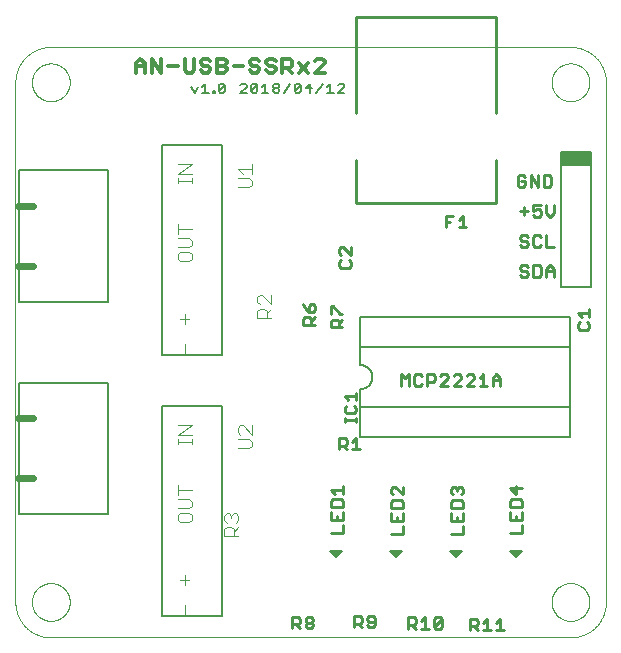
<source format=gto>
G75*
%MOIN*%
%OFA0B0*%
%FSLAX25Y25*%
%IPPOS*%
%LPD*%
%AMOC8*
5,1,8,0,0,1.08239X$1,22.5*
%
%ADD10C,0.00000*%
%ADD11C,0.00900*%
%ADD12C,0.01200*%
%ADD13C,0.00800*%
%ADD14C,0.00600*%
%ADD15C,0.01000*%
%ADD16C,0.00500*%
%ADD17C,0.00787*%
%ADD18R,0.10000X0.05000*%
%ADD19C,0.00400*%
%ADD20C,0.02400*%
D10*
X0013011Y0007724D02*
X0186239Y0007724D01*
X0179940Y0019535D02*
X0179942Y0019693D01*
X0179948Y0019851D01*
X0179958Y0020009D01*
X0179972Y0020167D01*
X0179990Y0020324D01*
X0180011Y0020481D01*
X0180037Y0020637D01*
X0180067Y0020793D01*
X0180100Y0020948D01*
X0180138Y0021101D01*
X0180179Y0021254D01*
X0180224Y0021406D01*
X0180273Y0021557D01*
X0180326Y0021706D01*
X0180382Y0021854D01*
X0180442Y0022000D01*
X0180506Y0022145D01*
X0180574Y0022288D01*
X0180645Y0022430D01*
X0180719Y0022570D01*
X0180797Y0022707D01*
X0180879Y0022843D01*
X0180963Y0022977D01*
X0181052Y0023108D01*
X0181143Y0023237D01*
X0181238Y0023364D01*
X0181335Y0023489D01*
X0181436Y0023611D01*
X0181540Y0023730D01*
X0181647Y0023847D01*
X0181757Y0023961D01*
X0181870Y0024072D01*
X0181985Y0024181D01*
X0182103Y0024286D01*
X0182224Y0024388D01*
X0182347Y0024488D01*
X0182473Y0024584D01*
X0182601Y0024677D01*
X0182731Y0024767D01*
X0182864Y0024853D01*
X0182999Y0024937D01*
X0183135Y0025016D01*
X0183274Y0025093D01*
X0183415Y0025165D01*
X0183557Y0025235D01*
X0183701Y0025300D01*
X0183847Y0025362D01*
X0183994Y0025420D01*
X0184143Y0025475D01*
X0184293Y0025526D01*
X0184444Y0025573D01*
X0184596Y0025616D01*
X0184749Y0025655D01*
X0184904Y0025691D01*
X0185059Y0025722D01*
X0185215Y0025750D01*
X0185371Y0025774D01*
X0185528Y0025794D01*
X0185686Y0025810D01*
X0185843Y0025822D01*
X0186002Y0025830D01*
X0186160Y0025834D01*
X0186318Y0025834D01*
X0186476Y0025830D01*
X0186635Y0025822D01*
X0186792Y0025810D01*
X0186950Y0025794D01*
X0187107Y0025774D01*
X0187263Y0025750D01*
X0187419Y0025722D01*
X0187574Y0025691D01*
X0187729Y0025655D01*
X0187882Y0025616D01*
X0188034Y0025573D01*
X0188185Y0025526D01*
X0188335Y0025475D01*
X0188484Y0025420D01*
X0188631Y0025362D01*
X0188777Y0025300D01*
X0188921Y0025235D01*
X0189063Y0025165D01*
X0189204Y0025093D01*
X0189343Y0025016D01*
X0189479Y0024937D01*
X0189614Y0024853D01*
X0189747Y0024767D01*
X0189877Y0024677D01*
X0190005Y0024584D01*
X0190131Y0024488D01*
X0190254Y0024388D01*
X0190375Y0024286D01*
X0190493Y0024181D01*
X0190608Y0024072D01*
X0190721Y0023961D01*
X0190831Y0023847D01*
X0190938Y0023730D01*
X0191042Y0023611D01*
X0191143Y0023489D01*
X0191240Y0023364D01*
X0191335Y0023237D01*
X0191426Y0023108D01*
X0191515Y0022977D01*
X0191599Y0022843D01*
X0191681Y0022707D01*
X0191759Y0022570D01*
X0191833Y0022430D01*
X0191904Y0022288D01*
X0191972Y0022145D01*
X0192036Y0022000D01*
X0192096Y0021854D01*
X0192152Y0021706D01*
X0192205Y0021557D01*
X0192254Y0021406D01*
X0192299Y0021254D01*
X0192340Y0021101D01*
X0192378Y0020948D01*
X0192411Y0020793D01*
X0192441Y0020637D01*
X0192467Y0020481D01*
X0192488Y0020324D01*
X0192506Y0020167D01*
X0192520Y0020009D01*
X0192530Y0019851D01*
X0192536Y0019693D01*
X0192538Y0019535D01*
X0192536Y0019377D01*
X0192530Y0019219D01*
X0192520Y0019061D01*
X0192506Y0018903D01*
X0192488Y0018746D01*
X0192467Y0018589D01*
X0192441Y0018433D01*
X0192411Y0018277D01*
X0192378Y0018122D01*
X0192340Y0017969D01*
X0192299Y0017816D01*
X0192254Y0017664D01*
X0192205Y0017513D01*
X0192152Y0017364D01*
X0192096Y0017216D01*
X0192036Y0017070D01*
X0191972Y0016925D01*
X0191904Y0016782D01*
X0191833Y0016640D01*
X0191759Y0016500D01*
X0191681Y0016363D01*
X0191599Y0016227D01*
X0191515Y0016093D01*
X0191426Y0015962D01*
X0191335Y0015833D01*
X0191240Y0015706D01*
X0191143Y0015581D01*
X0191042Y0015459D01*
X0190938Y0015340D01*
X0190831Y0015223D01*
X0190721Y0015109D01*
X0190608Y0014998D01*
X0190493Y0014889D01*
X0190375Y0014784D01*
X0190254Y0014682D01*
X0190131Y0014582D01*
X0190005Y0014486D01*
X0189877Y0014393D01*
X0189747Y0014303D01*
X0189614Y0014217D01*
X0189479Y0014133D01*
X0189343Y0014054D01*
X0189204Y0013977D01*
X0189063Y0013905D01*
X0188921Y0013835D01*
X0188777Y0013770D01*
X0188631Y0013708D01*
X0188484Y0013650D01*
X0188335Y0013595D01*
X0188185Y0013544D01*
X0188034Y0013497D01*
X0187882Y0013454D01*
X0187729Y0013415D01*
X0187574Y0013379D01*
X0187419Y0013348D01*
X0187263Y0013320D01*
X0187107Y0013296D01*
X0186950Y0013276D01*
X0186792Y0013260D01*
X0186635Y0013248D01*
X0186476Y0013240D01*
X0186318Y0013236D01*
X0186160Y0013236D01*
X0186002Y0013240D01*
X0185843Y0013248D01*
X0185686Y0013260D01*
X0185528Y0013276D01*
X0185371Y0013296D01*
X0185215Y0013320D01*
X0185059Y0013348D01*
X0184904Y0013379D01*
X0184749Y0013415D01*
X0184596Y0013454D01*
X0184444Y0013497D01*
X0184293Y0013544D01*
X0184143Y0013595D01*
X0183994Y0013650D01*
X0183847Y0013708D01*
X0183701Y0013770D01*
X0183557Y0013835D01*
X0183415Y0013905D01*
X0183274Y0013977D01*
X0183135Y0014054D01*
X0182999Y0014133D01*
X0182864Y0014217D01*
X0182731Y0014303D01*
X0182601Y0014393D01*
X0182473Y0014486D01*
X0182347Y0014582D01*
X0182224Y0014682D01*
X0182103Y0014784D01*
X0181985Y0014889D01*
X0181870Y0014998D01*
X0181757Y0015109D01*
X0181647Y0015223D01*
X0181540Y0015340D01*
X0181436Y0015459D01*
X0181335Y0015581D01*
X0181238Y0015706D01*
X0181143Y0015833D01*
X0181052Y0015962D01*
X0180963Y0016093D01*
X0180879Y0016227D01*
X0180797Y0016363D01*
X0180719Y0016500D01*
X0180645Y0016640D01*
X0180574Y0016782D01*
X0180506Y0016925D01*
X0180442Y0017070D01*
X0180382Y0017216D01*
X0180326Y0017364D01*
X0180273Y0017513D01*
X0180224Y0017664D01*
X0180179Y0017816D01*
X0180138Y0017969D01*
X0180100Y0018122D01*
X0180067Y0018277D01*
X0180037Y0018433D01*
X0180011Y0018589D01*
X0179990Y0018746D01*
X0179972Y0018903D01*
X0179958Y0019061D01*
X0179948Y0019219D01*
X0179942Y0019377D01*
X0179940Y0019535D01*
X0186239Y0007724D02*
X0186524Y0007727D01*
X0186810Y0007738D01*
X0187095Y0007755D01*
X0187379Y0007779D01*
X0187663Y0007810D01*
X0187946Y0007848D01*
X0188227Y0007893D01*
X0188508Y0007944D01*
X0188788Y0008002D01*
X0189066Y0008067D01*
X0189342Y0008139D01*
X0189616Y0008217D01*
X0189889Y0008302D01*
X0190159Y0008394D01*
X0190427Y0008492D01*
X0190693Y0008596D01*
X0190956Y0008707D01*
X0191216Y0008824D01*
X0191474Y0008947D01*
X0191728Y0009077D01*
X0191979Y0009213D01*
X0192227Y0009354D01*
X0192471Y0009502D01*
X0192712Y0009655D01*
X0192948Y0009815D01*
X0193181Y0009980D01*
X0193410Y0010150D01*
X0193635Y0010326D01*
X0193855Y0010508D01*
X0194071Y0010694D01*
X0194282Y0010886D01*
X0194489Y0011083D01*
X0194691Y0011285D01*
X0194888Y0011492D01*
X0195080Y0011703D01*
X0195266Y0011919D01*
X0195448Y0012139D01*
X0195624Y0012364D01*
X0195794Y0012593D01*
X0195959Y0012826D01*
X0196119Y0013062D01*
X0196272Y0013303D01*
X0196420Y0013547D01*
X0196561Y0013795D01*
X0196697Y0014046D01*
X0196827Y0014300D01*
X0196950Y0014558D01*
X0197067Y0014818D01*
X0197178Y0015081D01*
X0197282Y0015347D01*
X0197380Y0015615D01*
X0197472Y0015885D01*
X0197557Y0016158D01*
X0197635Y0016432D01*
X0197707Y0016708D01*
X0197772Y0016986D01*
X0197830Y0017266D01*
X0197881Y0017547D01*
X0197926Y0017828D01*
X0197964Y0018111D01*
X0197995Y0018395D01*
X0198019Y0018679D01*
X0198036Y0018964D01*
X0198047Y0019250D01*
X0198050Y0019535D01*
X0198050Y0192764D01*
X0179940Y0192764D02*
X0179942Y0192922D01*
X0179948Y0193080D01*
X0179958Y0193238D01*
X0179972Y0193396D01*
X0179990Y0193553D01*
X0180011Y0193710D01*
X0180037Y0193866D01*
X0180067Y0194022D01*
X0180100Y0194177D01*
X0180138Y0194330D01*
X0180179Y0194483D01*
X0180224Y0194635D01*
X0180273Y0194786D01*
X0180326Y0194935D01*
X0180382Y0195083D01*
X0180442Y0195229D01*
X0180506Y0195374D01*
X0180574Y0195517D01*
X0180645Y0195659D01*
X0180719Y0195799D01*
X0180797Y0195936D01*
X0180879Y0196072D01*
X0180963Y0196206D01*
X0181052Y0196337D01*
X0181143Y0196466D01*
X0181238Y0196593D01*
X0181335Y0196718D01*
X0181436Y0196840D01*
X0181540Y0196959D01*
X0181647Y0197076D01*
X0181757Y0197190D01*
X0181870Y0197301D01*
X0181985Y0197410D01*
X0182103Y0197515D01*
X0182224Y0197617D01*
X0182347Y0197717D01*
X0182473Y0197813D01*
X0182601Y0197906D01*
X0182731Y0197996D01*
X0182864Y0198082D01*
X0182999Y0198166D01*
X0183135Y0198245D01*
X0183274Y0198322D01*
X0183415Y0198394D01*
X0183557Y0198464D01*
X0183701Y0198529D01*
X0183847Y0198591D01*
X0183994Y0198649D01*
X0184143Y0198704D01*
X0184293Y0198755D01*
X0184444Y0198802D01*
X0184596Y0198845D01*
X0184749Y0198884D01*
X0184904Y0198920D01*
X0185059Y0198951D01*
X0185215Y0198979D01*
X0185371Y0199003D01*
X0185528Y0199023D01*
X0185686Y0199039D01*
X0185843Y0199051D01*
X0186002Y0199059D01*
X0186160Y0199063D01*
X0186318Y0199063D01*
X0186476Y0199059D01*
X0186635Y0199051D01*
X0186792Y0199039D01*
X0186950Y0199023D01*
X0187107Y0199003D01*
X0187263Y0198979D01*
X0187419Y0198951D01*
X0187574Y0198920D01*
X0187729Y0198884D01*
X0187882Y0198845D01*
X0188034Y0198802D01*
X0188185Y0198755D01*
X0188335Y0198704D01*
X0188484Y0198649D01*
X0188631Y0198591D01*
X0188777Y0198529D01*
X0188921Y0198464D01*
X0189063Y0198394D01*
X0189204Y0198322D01*
X0189343Y0198245D01*
X0189479Y0198166D01*
X0189614Y0198082D01*
X0189747Y0197996D01*
X0189877Y0197906D01*
X0190005Y0197813D01*
X0190131Y0197717D01*
X0190254Y0197617D01*
X0190375Y0197515D01*
X0190493Y0197410D01*
X0190608Y0197301D01*
X0190721Y0197190D01*
X0190831Y0197076D01*
X0190938Y0196959D01*
X0191042Y0196840D01*
X0191143Y0196718D01*
X0191240Y0196593D01*
X0191335Y0196466D01*
X0191426Y0196337D01*
X0191515Y0196206D01*
X0191599Y0196072D01*
X0191681Y0195936D01*
X0191759Y0195799D01*
X0191833Y0195659D01*
X0191904Y0195517D01*
X0191972Y0195374D01*
X0192036Y0195229D01*
X0192096Y0195083D01*
X0192152Y0194935D01*
X0192205Y0194786D01*
X0192254Y0194635D01*
X0192299Y0194483D01*
X0192340Y0194330D01*
X0192378Y0194177D01*
X0192411Y0194022D01*
X0192441Y0193866D01*
X0192467Y0193710D01*
X0192488Y0193553D01*
X0192506Y0193396D01*
X0192520Y0193238D01*
X0192530Y0193080D01*
X0192536Y0192922D01*
X0192538Y0192764D01*
X0192536Y0192606D01*
X0192530Y0192448D01*
X0192520Y0192290D01*
X0192506Y0192132D01*
X0192488Y0191975D01*
X0192467Y0191818D01*
X0192441Y0191662D01*
X0192411Y0191506D01*
X0192378Y0191351D01*
X0192340Y0191198D01*
X0192299Y0191045D01*
X0192254Y0190893D01*
X0192205Y0190742D01*
X0192152Y0190593D01*
X0192096Y0190445D01*
X0192036Y0190299D01*
X0191972Y0190154D01*
X0191904Y0190011D01*
X0191833Y0189869D01*
X0191759Y0189729D01*
X0191681Y0189592D01*
X0191599Y0189456D01*
X0191515Y0189322D01*
X0191426Y0189191D01*
X0191335Y0189062D01*
X0191240Y0188935D01*
X0191143Y0188810D01*
X0191042Y0188688D01*
X0190938Y0188569D01*
X0190831Y0188452D01*
X0190721Y0188338D01*
X0190608Y0188227D01*
X0190493Y0188118D01*
X0190375Y0188013D01*
X0190254Y0187911D01*
X0190131Y0187811D01*
X0190005Y0187715D01*
X0189877Y0187622D01*
X0189747Y0187532D01*
X0189614Y0187446D01*
X0189479Y0187362D01*
X0189343Y0187283D01*
X0189204Y0187206D01*
X0189063Y0187134D01*
X0188921Y0187064D01*
X0188777Y0186999D01*
X0188631Y0186937D01*
X0188484Y0186879D01*
X0188335Y0186824D01*
X0188185Y0186773D01*
X0188034Y0186726D01*
X0187882Y0186683D01*
X0187729Y0186644D01*
X0187574Y0186608D01*
X0187419Y0186577D01*
X0187263Y0186549D01*
X0187107Y0186525D01*
X0186950Y0186505D01*
X0186792Y0186489D01*
X0186635Y0186477D01*
X0186476Y0186469D01*
X0186318Y0186465D01*
X0186160Y0186465D01*
X0186002Y0186469D01*
X0185843Y0186477D01*
X0185686Y0186489D01*
X0185528Y0186505D01*
X0185371Y0186525D01*
X0185215Y0186549D01*
X0185059Y0186577D01*
X0184904Y0186608D01*
X0184749Y0186644D01*
X0184596Y0186683D01*
X0184444Y0186726D01*
X0184293Y0186773D01*
X0184143Y0186824D01*
X0183994Y0186879D01*
X0183847Y0186937D01*
X0183701Y0186999D01*
X0183557Y0187064D01*
X0183415Y0187134D01*
X0183274Y0187206D01*
X0183135Y0187283D01*
X0182999Y0187362D01*
X0182864Y0187446D01*
X0182731Y0187532D01*
X0182601Y0187622D01*
X0182473Y0187715D01*
X0182347Y0187811D01*
X0182224Y0187911D01*
X0182103Y0188013D01*
X0181985Y0188118D01*
X0181870Y0188227D01*
X0181757Y0188338D01*
X0181647Y0188452D01*
X0181540Y0188569D01*
X0181436Y0188688D01*
X0181335Y0188810D01*
X0181238Y0188935D01*
X0181143Y0189062D01*
X0181052Y0189191D01*
X0180963Y0189322D01*
X0180879Y0189456D01*
X0180797Y0189592D01*
X0180719Y0189729D01*
X0180645Y0189869D01*
X0180574Y0190011D01*
X0180506Y0190154D01*
X0180442Y0190299D01*
X0180382Y0190445D01*
X0180326Y0190593D01*
X0180273Y0190742D01*
X0180224Y0190893D01*
X0180179Y0191045D01*
X0180138Y0191198D01*
X0180100Y0191351D01*
X0180067Y0191506D01*
X0180037Y0191662D01*
X0180011Y0191818D01*
X0179990Y0191975D01*
X0179972Y0192132D01*
X0179958Y0192290D01*
X0179948Y0192448D01*
X0179942Y0192606D01*
X0179940Y0192764D01*
X0186239Y0204575D02*
X0186524Y0204572D01*
X0186810Y0204561D01*
X0187095Y0204544D01*
X0187379Y0204520D01*
X0187663Y0204489D01*
X0187946Y0204451D01*
X0188227Y0204406D01*
X0188508Y0204355D01*
X0188788Y0204297D01*
X0189066Y0204232D01*
X0189342Y0204160D01*
X0189616Y0204082D01*
X0189889Y0203997D01*
X0190159Y0203905D01*
X0190427Y0203807D01*
X0190693Y0203703D01*
X0190956Y0203592D01*
X0191216Y0203475D01*
X0191474Y0203352D01*
X0191728Y0203222D01*
X0191979Y0203086D01*
X0192227Y0202945D01*
X0192471Y0202797D01*
X0192712Y0202644D01*
X0192948Y0202484D01*
X0193181Y0202319D01*
X0193410Y0202149D01*
X0193635Y0201973D01*
X0193855Y0201791D01*
X0194071Y0201605D01*
X0194282Y0201413D01*
X0194489Y0201216D01*
X0194691Y0201014D01*
X0194888Y0200807D01*
X0195080Y0200596D01*
X0195266Y0200380D01*
X0195448Y0200160D01*
X0195624Y0199935D01*
X0195794Y0199706D01*
X0195959Y0199473D01*
X0196119Y0199237D01*
X0196272Y0198996D01*
X0196420Y0198752D01*
X0196561Y0198504D01*
X0196697Y0198253D01*
X0196827Y0197999D01*
X0196950Y0197741D01*
X0197067Y0197481D01*
X0197178Y0197218D01*
X0197282Y0196952D01*
X0197380Y0196684D01*
X0197472Y0196414D01*
X0197557Y0196141D01*
X0197635Y0195867D01*
X0197707Y0195591D01*
X0197772Y0195313D01*
X0197830Y0195033D01*
X0197881Y0194752D01*
X0197926Y0194471D01*
X0197964Y0194188D01*
X0197995Y0193904D01*
X0198019Y0193620D01*
X0198036Y0193335D01*
X0198047Y0193049D01*
X0198050Y0192764D01*
X0186239Y0204575D02*
X0013011Y0204575D01*
X0006712Y0192764D02*
X0006714Y0192922D01*
X0006720Y0193080D01*
X0006730Y0193238D01*
X0006744Y0193396D01*
X0006762Y0193553D01*
X0006783Y0193710D01*
X0006809Y0193866D01*
X0006839Y0194022D01*
X0006872Y0194177D01*
X0006910Y0194330D01*
X0006951Y0194483D01*
X0006996Y0194635D01*
X0007045Y0194786D01*
X0007098Y0194935D01*
X0007154Y0195083D01*
X0007214Y0195229D01*
X0007278Y0195374D01*
X0007346Y0195517D01*
X0007417Y0195659D01*
X0007491Y0195799D01*
X0007569Y0195936D01*
X0007651Y0196072D01*
X0007735Y0196206D01*
X0007824Y0196337D01*
X0007915Y0196466D01*
X0008010Y0196593D01*
X0008107Y0196718D01*
X0008208Y0196840D01*
X0008312Y0196959D01*
X0008419Y0197076D01*
X0008529Y0197190D01*
X0008642Y0197301D01*
X0008757Y0197410D01*
X0008875Y0197515D01*
X0008996Y0197617D01*
X0009119Y0197717D01*
X0009245Y0197813D01*
X0009373Y0197906D01*
X0009503Y0197996D01*
X0009636Y0198082D01*
X0009771Y0198166D01*
X0009907Y0198245D01*
X0010046Y0198322D01*
X0010187Y0198394D01*
X0010329Y0198464D01*
X0010473Y0198529D01*
X0010619Y0198591D01*
X0010766Y0198649D01*
X0010915Y0198704D01*
X0011065Y0198755D01*
X0011216Y0198802D01*
X0011368Y0198845D01*
X0011521Y0198884D01*
X0011676Y0198920D01*
X0011831Y0198951D01*
X0011987Y0198979D01*
X0012143Y0199003D01*
X0012300Y0199023D01*
X0012458Y0199039D01*
X0012615Y0199051D01*
X0012774Y0199059D01*
X0012932Y0199063D01*
X0013090Y0199063D01*
X0013248Y0199059D01*
X0013407Y0199051D01*
X0013564Y0199039D01*
X0013722Y0199023D01*
X0013879Y0199003D01*
X0014035Y0198979D01*
X0014191Y0198951D01*
X0014346Y0198920D01*
X0014501Y0198884D01*
X0014654Y0198845D01*
X0014806Y0198802D01*
X0014957Y0198755D01*
X0015107Y0198704D01*
X0015256Y0198649D01*
X0015403Y0198591D01*
X0015549Y0198529D01*
X0015693Y0198464D01*
X0015835Y0198394D01*
X0015976Y0198322D01*
X0016115Y0198245D01*
X0016251Y0198166D01*
X0016386Y0198082D01*
X0016519Y0197996D01*
X0016649Y0197906D01*
X0016777Y0197813D01*
X0016903Y0197717D01*
X0017026Y0197617D01*
X0017147Y0197515D01*
X0017265Y0197410D01*
X0017380Y0197301D01*
X0017493Y0197190D01*
X0017603Y0197076D01*
X0017710Y0196959D01*
X0017814Y0196840D01*
X0017915Y0196718D01*
X0018012Y0196593D01*
X0018107Y0196466D01*
X0018198Y0196337D01*
X0018287Y0196206D01*
X0018371Y0196072D01*
X0018453Y0195936D01*
X0018531Y0195799D01*
X0018605Y0195659D01*
X0018676Y0195517D01*
X0018744Y0195374D01*
X0018808Y0195229D01*
X0018868Y0195083D01*
X0018924Y0194935D01*
X0018977Y0194786D01*
X0019026Y0194635D01*
X0019071Y0194483D01*
X0019112Y0194330D01*
X0019150Y0194177D01*
X0019183Y0194022D01*
X0019213Y0193866D01*
X0019239Y0193710D01*
X0019260Y0193553D01*
X0019278Y0193396D01*
X0019292Y0193238D01*
X0019302Y0193080D01*
X0019308Y0192922D01*
X0019310Y0192764D01*
X0019308Y0192606D01*
X0019302Y0192448D01*
X0019292Y0192290D01*
X0019278Y0192132D01*
X0019260Y0191975D01*
X0019239Y0191818D01*
X0019213Y0191662D01*
X0019183Y0191506D01*
X0019150Y0191351D01*
X0019112Y0191198D01*
X0019071Y0191045D01*
X0019026Y0190893D01*
X0018977Y0190742D01*
X0018924Y0190593D01*
X0018868Y0190445D01*
X0018808Y0190299D01*
X0018744Y0190154D01*
X0018676Y0190011D01*
X0018605Y0189869D01*
X0018531Y0189729D01*
X0018453Y0189592D01*
X0018371Y0189456D01*
X0018287Y0189322D01*
X0018198Y0189191D01*
X0018107Y0189062D01*
X0018012Y0188935D01*
X0017915Y0188810D01*
X0017814Y0188688D01*
X0017710Y0188569D01*
X0017603Y0188452D01*
X0017493Y0188338D01*
X0017380Y0188227D01*
X0017265Y0188118D01*
X0017147Y0188013D01*
X0017026Y0187911D01*
X0016903Y0187811D01*
X0016777Y0187715D01*
X0016649Y0187622D01*
X0016519Y0187532D01*
X0016386Y0187446D01*
X0016251Y0187362D01*
X0016115Y0187283D01*
X0015976Y0187206D01*
X0015835Y0187134D01*
X0015693Y0187064D01*
X0015549Y0186999D01*
X0015403Y0186937D01*
X0015256Y0186879D01*
X0015107Y0186824D01*
X0014957Y0186773D01*
X0014806Y0186726D01*
X0014654Y0186683D01*
X0014501Y0186644D01*
X0014346Y0186608D01*
X0014191Y0186577D01*
X0014035Y0186549D01*
X0013879Y0186525D01*
X0013722Y0186505D01*
X0013564Y0186489D01*
X0013407Y0186477D01*
X0013248Y0186469D01*
X0013090Y0186465D01*
X0012932Y0186465D01*
X0012774Y0186469D01*
X0012615Y0186477D01*
X0012458Y0186489D01*
X0012300Y0186505D01*
X0012143Y0186525D01*
X0011987Y0186549D01*
X0011831Y0186577D01*
X0011676Y0186608D01*
X0011521Y0186644D01*
X0011368Y0186683D01*
X0011216Y0186726D01*
X0011065Y0186773D01*
X0010915Y0186824D01*
X0010766Y0186879D01*
X0010619Y0186937D01*
X0010473Y0186999D01*
X0010329Y0187064D01*
X0010187Y0187134D01*
X0010046Y0187206D01*
X0009907Y0187283D01*
X0009771Y0187362D01*
X0009636Y0187446D01*
X0009503Y0187532D01*
X0009373Y0187622D01*
X0009245Y0187715D01*
X0009119Y0187811D01*
X0008996Y0187911D01*
X0008875Y0188013D01*
X0008757Y0188118D01*
X0008642Y0188227D01*
X0008529Y0188338D01*
X0008419Y0188452D01*
X0008312Y0188569D01*
X0008208Y0188688D01*
X0008107Y0188810D01*
X0008010Y0188935D01*
X0007915Y0189062D01*
X0007824Y0189191D01*
X0007735Y0189322D01*
X0007651Y0189456D01*
X0007569Y0189592D01*
X0007491Y0189729D01*
X0007417Y0189869D01*
X0007346Y0190011D01*
X0007278Y0190154D01*
X0007214Y0190299D01*
X0007154Y0190445D01*
X0007098Y0190593D01*
X0007045Y0190742D01*
X0006996Y0190893D01*
X0006951Y0191045D01*
X0006910Y0191198D01*
X0006872Y0191351D01*
X0006839Y0191506D01*
X0006809Y0191662D01*
X0006783Y0191818D01*
X0006762Y0191975D01*
X0006744Y0192132D01*
X0006730Y0192290D01*
X0006720Y0192448D01*
X0006714Y0192606D01*
X0006712Y0192764D01*
X0001200Y0192764D02*
X0001200Y0019535D01*
X0006712Y0019535D02*
X0006714Y0019693D01*
X0006720Y0019851D01*
X0006730Y0020009D01*
X0006744Y0020167D01*
X0006762Y0020324D01*
X0006783Y0020481D01*
X0006809Y0020637D01*
X0006839Y0020793D01*
X0006872Y0020948D01*
X0006910Y0021101D01*
X0006951Y0021254D01*
X0006996Y0021406D01*
X0007045Y0021557D01*
X0007098Y0021706D01*
X0007154Y0021854D01*
X0007214Y0022000D01*
X0007278Y0022145D01*
X0007346Y0022288D01*
X0007417Y0022430D01*
X0007491Y0022570D01*
X0007569Y0022707D01*
X0007651Y0022843D01*
X0007735Y0022977D01*
X0007824Y0023108D01*
X0007915Y0023237D01*
X0008010Y0023364D01*
X0008107Y0023489D01*
X0008208Y0023611D01*
X0008312Y0023730D01*
X0008419Y0023847D01*
X0008529Y0023961D01*
X0008642Y0024072D01*
X0008757Y0024181D01*
X0008875Y0024286D01*
X0008996Y0024388D01*
X0009119Y0024488D01*
X0009245Y0024584D01*
X0009373Y0024677D01*
X0009503Y0024767D01*
X0009636Y0024853D01*
X0009771Y0024937D01*
X0009907Y0025016D01*
X0010046Y0025093D01*
X0010187Y0025165D01*
X0010329Y0025235D01*
X0010473Y0025300D01*
X0010619Y0025362D01*
X0010766Y0025420D01*
X0010915Y0025475D01*
X0011065Y0025526D01*
X0011216Y0025573D01*
X0011368Y0025616D01*
X0011521Y0025655D01*
X0011676Y0025691D01*
X0011831Y0025722D01*
X0011987Y0025750D01*
X0012143Y0025774D01*
X0012300Y0025794D01*
X0012458Y0025810D01*
X0012615Y0025822D01*
X0012774Y0025830D01*
X0012932Y0025834D01*
X0013090Y0025834D01*
X0013248Y0025830D01*
X0013407Y0025822D01*
X0013564Y0025810D01*
X0013722Y0025794D01*
X0013879Y0025774D01*
X0014035Y0025750D01*
X0014191Y0025722D01*
X0014346Y0025691D01*
X0014501Y0025655D01*
X0014654Y0025616D01*
X0014806Y0025573D01*
X0014957Y0025526D01*
X0015107Y0025475D01*
X0015256Y0025420D01*
X0015403Y0025362D01*
X0015549Y0025300D01*
X0015693Y0025235D01*
X0015835Y0025165D01*
X0015976Y0025093D01*
X0016115Y0025016D01*
X0016251Y0024937D01*
X0016386Y0024853D01*
X0016519Y0024767D01*
X0016649Y0024677D01*
X0016777Y0024584D01*
X0016903Y0024488D01*
X0017026Y0024388D01*
X0017147Y0024286D01*
X0017265Y0024181D01*
X0017380Y0024072D01*
X0017493Y0023961D01*
X0017603Y0023847D01*
X0017710Y0023730D01*
X0017814Y0023611D01*
X0017915Y0023489D01*
X0018012Y0023364D01*
X0018107Y0023237D01*
X0018198Y0023108D01*
X0018287Y0022977D01*
X0018371Y0022843D01*
X0018453Y0022707D01*
X0018531Y0022570D01*
X0018605Y0022430D01*
X0018676Y0022288D01*
X0018744Y0022145D01*
X0018808Y0022000D01*
X0018868Y0021854D01*
X0018924Y0021706D01*
X0018977Y0021557D01*
X0019026Y0021406D01*
X0019071Y0021254D01*
X0019112Y0021101D01*
X0019150Y0020948D01*
X0019183Y0020793D01*
X0019213Y0020637D01*
X0019239Y0020481D01*
X0019260Y0020324D01*
X0019278Y0020167D01*
X0019292Y0020009D01*
X0019302Y0019851D01*
X0019308Y0019693D01*
X0019310Y0019535D01*
X0019308Y0019377D01*
X0019302Y0019219D01*
X0019292Y0019061D01*
X0019278Y0018903D01*
X0019260Y0018746D01*
X0019239Y0018589D01*
X0019213Y0018433D01*
X0019183Y0018277D01*
X0019150Y0018122D01*
X0019112Y0017969D01*
X0019071Y0017816D01*
X0019026Y0017664D01*
X0018977Y0017513D01*
X0018924Y0017364D01*
X0018868Y0017216D01*
X0018808Y0017070D01*
X0018744Y0016925D01*
X0018676Y0016782D01*
X0018605Y0016640D01*
X0018531Y0016500D01*
X0018453Y0016363D01*
X0018371Y0016227D01*
X0018287Y0016093D01*
X0018198Y0015962D01*
X0018107Y0015833D01*
X0018012Y0015706D01*
X0017915Y0015581D01*
X0017814Y0015459D01*
X0017710Y0015340D01*
X0017603Y0015223D01*
X0017493Y0015109D01*
X0017380Y0014998D01*
X0017265Y0014889D01*
X0017147Y0014784D01*
X0017026Y0014682D01*
X0016903Y0014582D01*
X0016777Y0014486D01*
X0016649Y0014393D01*
X0016519Y0014303D01*
X0016386Y0014217D01*
X0016251Y0014133D01*
X0016115Y0014054D01*
X0015976Y0013977D01*
X0015835Y0013905D01*
X0015693Y0013835D01*
X0015549Y0013770D01*
X0015403Y0013708D01*
X0015256Y0013650D01*
X0015107Y0013595D01*
X0014957Y0013544D01*
X0014806Y0013497D01*
X0014654Y0013454D01*
X0014501Y0013415D01*
X0014346Y0013379D01*
X0014191Y0013348D01*
X0014035Y0013320D01*
X0013879Y0013296D01*
X0013722Y0013276D01*
X0013564Y0013260D01*
X0013407Y0013248D01*
X0013248Y0013240D01*
X0013090Y0013236D01*
X0012932Y0013236D01*
X0012774Y0013240D01*
X0012615Y0013248D01*
X0012458Y0013260D01*
X0012300Y0013276D01*
X0012143Y0013296D01*
X0011987Y0013320D01*
X0011831Y0013348D01*
X0011676Y0013379D01*
X0011521Y0013415D01*
X0011368Y0013454D01*
X0011216Y0013497D01*
X0011065Y0013544D01*
X0010915Y0013595D01*
X0010766Y0013650D01*
X0010619Y0013708D01*
X0010473Y0013770D01*
X0010329Y0013835D01*
X0010187Y0013905D01*
X0010046Y0013977D01*
X0009907Y0014054D01*
X0009771Y0014133D01*
X0009636Y0014217D01*
X0009503Y0014303D01*
X0009373Y0014393D01*
X0009245Y0014486D01*
X0009119Y0014582D01*
X0008996Y0014682D01*
X0008875Y0014784D01*
X0008757Y0014889D01*
X0008642Y0014998D01*
X0008529Y0015109D01*
X0008419Y0015223D01*
X0008312Y0015340D01*
X0008208Y0015459D01*
X0008107Y0015581D01*
X0008010Y0015706D01*
X0007915Y0015833D01*
X0007824Y0015962D01*
X0007735Y0016093D01*
X0007651Y0016227D01*
X0007569Y0016363D01*
X0007491Y0016500D01*
X0007417Y0016640D01*
X0007346Y0016782D01*
X0007278Y0016925D01*
X0007214Y0017070D01*
X0007154Y0017216D01*
X0007098Y0017364D01*
X0007045Y0017513D01*
X0006996Y0017664D01*
X0006951Y0017816D01*
X0006910Y0017969D01*
X0006872Y0018122D01*
X0006839Y0018277D01*
X0006809Y0018433D01*
X0006783Y0018589D01*
X0006762Y0018746D01*
X0006744Y0018903D01*
X0006730Y0019061D01*
X0006720Y0019219D01*
X0006714Y0019377D01*
X0006712Y0019535D01*
X0001200Y0019535D02*
X0001203Y0019250D01*
X0001214Y0018964D01*
X0001231Y0018679D01*
X0001255Y0018395D01*
X0001286Y0018111D01*
X0001324Y0017828D01*
X0001369Y0017547D01*
X0001420Y0017266D01*
X0001478Y0016986D01*
X0001543Y0016708D01*
X0001615Y0016432D01*
X0001693Y0016158D01*
X0001778Y0015885D01*
X0001870Y0015615D01*
X0001968Y0015347D01*
X0002072Y0015081D01*
X0002183Y0014818D01*
X0002300Y0014558D01*
X0002423Y0014300D01*
X0002553Y0014046D01*
X0002689Y0013795D01*
X0002830Y0013547D01*
X0002978Y0013303D01*
X0003131Y0013062D01*
X0003291Y0012826D01*
X0003456Y0012593D01*
X0003626Y0012364D01*
X0003802Y0012139D01*
X0003984Y0011919D01*
X0004170Y0011703D01*
X0004362Y0011492D01*
X0004559Y0011285D01*
X0004761Y0011083D01*
X0004968Y0010886D01*
X0005179Y0010694D01*
X0005395Y0010508D01*
X0005615Y0010326D01*
X0005840Y0010150D01*
X0006069Y0009980D01*
X0006302Y0009815D01*
X0006538Y0009655D01*
X0006779Y0009502D01*
X0007023Y0009354D01*
X0007271Y0009213D01*
X0007522Y0009077D01*
X0007776Y0008947D01*
X0008034Y0008824D01*
X0008294Y0008707D01*
X0008557Y0008596D01*
X0008823Y0008492D01*
X0009091Y0008394D01*
X0009361Y0008302D01*
X0009634Y0008217D01*
X0009908Y0008139D01*
X0010184Y0008067D01*
X0010462Y0008002D01*
X0010742Y0007944D01*
X0011023Y0007893D01*
X0011304Y0007848D01*
X0011587Y0007810D01*
X0011871Y0007779D01*
X0012155Y0007755D01*
X0012440Y0007738D01*
X0012726Y0007727D01*
X0013011Y0007724D01*
X0001200Y0192764D02*
X0001203Y0193049D01*
X0001214Y0193335D01*
X0001231Y0193620D01*
X0001255Y0193904D01*
X0001286Y0194188D01*
X0001324Y0194471D01*
X0001369Y0194752D01*
X0001420Y0195033D01*
X0001478Y0195313D01*
X0001543Y0195591D01*
X0001615Y0195867D01*
X0001693Y0196141D01*
X0001778Y0196414D01*
X0001870Y0196684D01*
X0001968Y0196952D01*
X0002072Y0197218D01*
X0002183Y0197481D01*
X0002300Y0197741D01*
X0002423Y0197999D01*
X0002553Y0198253D01*
X0002689Y0198504D01*
X0002830Y0198752D01*
X0002978Y0198996D01*
X0003131Y0199237D01*
X0003291Y0199473D01*
X0003456Y0199706D01*
X0003626Y0199935D01*
X0003802Y0200160D01*
X0003984Y0200380D01*
X0004170Y0200596D01*
X0004362Y0200807D01*
X0004559Y0201014D01*
X0004761Y0201216D01*
X0004968Y0201413D01*
X0005179Y0201605D01*
X0005395Y0201791D01*
X0005615Y0201973D01*
X0005840Y0202149D01*
X0006069Y0202319D01*
X0006302Y0202484D01*
X0006538Y0202644D01*
X0006779Y0202797D01*
X0007023Y0202945D01*
X0007271Y0203086D01*
X0007522Y0203222D01*
X0007776Y0203352D01*
X0008034Y0203475D01*
X0008294Y0203592D01*
X0008557Y0203703D01*
X0008823Y0203807D01*
X0009091Y0203905D01*
X0009361Y0203997D01*
X0009634Y0204082D01*
X0009908Y0204160D01*
X0010184Y0204232D01*
X0010462Y0204297D01*
X0010742Y0204355D01*
X0011023Y0204406D01*
X0011304Y0204451D01*
X0011587Y0204489D01*
X0011871Y0204520D01*
X0012155Y0204544D01*
X0012440Y0204561D01*
X0012726Y0204572D01*
X0013011Y0204575D01*
D11*
X0097159Y0118836D02*
X0097796Y0117560D01*
X0099072Y0116284D01*
X0099072Y0118198D01*
X0099710Y0118836D01*
X0100348Y0118836D01*
X0100986Y0118198D01*
X0100986Y0116922D01*
X0100348Y0116284D01*
X0099072Y0116284D01*
X0099072Y0114486D02*
X0097796Y0114486D01*
X0097159Y0113848D01*
X0097159Y0111934D01*
X0100986Y0111934D01*
X0099710Y0111934D02*
X0099710Y0113848D01*
X0099072Y0114486D01*
X0099710Y0113210D02*
X0100986Y0114486D01*
X0106371Y0115497D02*
X0106371Y0118049D01*
X0107009Y0118049D01*
X0109561Y0115497D01*
X0110199Y0115497D01*
X0110199Y0113699D02*
X0108923Y0112423D01*
X0108923Y0113061D02*
X0108923Y0111147D01*
X0110199Y0111147D02*
X0106371Y0111147D01*
X0106371Y0113061D01*
X0107009Y0113699D01*
X0108285Y0113699D01*
X0108923Y0113061D01*
X0109785Y0130824D02*
X0112336Y0130824D01*
X0112974Y0131462D01*
X0112974Y0132738D01*
X0112336Y0133376D01*
X0112974Y0135175D02*
X0110423Y0137726D01*
X0109785Y0137726D01*
X0109147Y0137088D01*
X0109147Y0135813D01*
X0109785Y0135175D01*
X0109785Y0133376D02*
X0109147Y0132738D01*
X0109147Y0131462D01*
X0109785Y0130824D01*
X0112974Y0135175D02*
X0112974Y0137726D01*
X0144662Y0144438D02*
X0144662Y0148266D01*
X0147214Y0148266D01*
X0149012Y0146990D02*
X0150288Y0148266D01*
X0150288Y0144438D01*
X0149012Y0144438D02*
X0151564Y0144438D01*
X0145938Y0146352D02*
X0144662Y0146352D01*
X0168599Y0158576D02*
X0169237Y0157938D01*
X0170513Y0157938D01*
X0171151Y0158576D01*
X0171151Y0159852D01*
X0169875Y0159852D01*
X0168599Y0161128D02*
X0168599Y0158576D01*
X0168599Y0161128D02*
X0169237Y0161766D01*
X0170513Y0161766D01*
X0171151Y0161128D01*
X0172950Y0161766D02*
X0172950Y0157938D01*
X0175501Y0157938D02*
X0172950Y0161766D01*
X0175501Y0161766D02*
X0175501Y0157938D01*
X0177300Y0157938D02*
X0177300Y0161766D01*
X0179214Y0161766D01*
X0179852Y0161128D01*
X0179852Y0158576D01*
X0179214Y0157938D01*
X0177300Y0157938D01*
X0178087Y0151766D02*
X0178087Y0149214D01*
X0179363Y0147938D01*
X0180639Y0149214D01*
X0180639Y0151766D01*
X0176289Y0151766D02*
X0173737Y0151766D01*
X0173737Y0149852D01*
X0175013Y0150490D01*
X0175651Y0150490D01*
X0176289Y0149852D01*
X0176289Y0148576D01*
X0175651Y0147938D01*
X0174375Y0147938D01*
X0173737Y0148576D01*
X0171939Y0149852D02*
X0169387Y0149852D01*
X0170663Y0151128D02*
X0170663Y0148576D01*
X0171301Y0141766D02*
X0170025Y0141766D01*
X0169387Y0141128D01*
X0169387Y0140490D01*
X0170025Y0139852D01*
X0171301Y0139852D01*
X0171939Y0139214D01*
X0171939Y0138576D01*
X0171301Y0137938D01*
X0170025Y0137938D01*
X0169387Y0138576D01*
X0171939Y0141128D02*
X0171301Y0141766D01*
X0173737Y0141128D02*
X0173737Y0138576D01*
X0174375Y0137938D01*
X0175651Y0137938D01*
X0176289Y0138576D01*
X0178087Y0137938D02*
X0180639Y0137938D01*
X0178087Y0137938D02*
X0178087Y0141766D01*
X0176289Y0141128D02*
X0175651Y0141766D01*
X0174375Y0141766D01*
X0173737Y0141128D01*
X0173737Y0131766D02*
X0175651Y0131766D01*
X0176289Y0131128D01*
X0176289Y0128576D01*
X0175651Y0127938D01*
X0173737Y0127938D01*
X0173737Y0131766D01*
X0171939Y0131128D02*
X0171301Y0131766D01*
X0170025Y0131766D01*
X0169387Y0131128D01*
X0169387Y0130490D01*
X0170025Y0129852D01*
X0171301Y0129852D01*
X0171939Y0129214D01*
X0171939Y0128576D01*
X0171301Y0127938D01*
X0170025Y0127938D01*
X0169387Y0128576D01*
X0178087Y0127938D02*
X0178087Y0130490D01*
X0179363Y0131766D01*
X0180639Y0130490D01*
X0180639Y0127938D01*
X0180639Y0129852D02*
X0178087Y0129852D01*
X0188674Y0115789D02*
X0192502Y0115789D01*
X0192502Y0114513D02*
X0192502Y0117065D01*
X0189950Y0114513D02*
X0188674Y0115789D01*
X0189312Y0112714D02*
X0188674Y0112076D01*
X0188674Y0110801D01*
X0189312Y0110163D01*
X0191864Y0110163D01*
X0192502Y0110801D01*
X0192502Y0112076D01*
X0191864Y0112714D01*
X0162844Y0094191D02*
X0162844Y0091639D01*
X0162844Y0093553D02*
X0160292Y0093553D01*
X0160292Y0094191D02*
X0161568Y0095467D01*
X0162844Y0094191D01*
X0160292Y0094191D02*
X0160292Y0091639D01*
X0158494Y0091639D02*
X0155942Y0091639D01*
X0157218Y0091639D02*
X0157218Y0095467D01*
X0155942Y0094191D01*
X0154143Y0094191D02*
X0154143Y0094829D01*
X0153505Y0095467D01*
X0152230Y0095467D01*
X0151592Y0094829D01*
X0149793Y0094829D02*
X0149155Y0095467D01*
X0147879Y0095467D01*
X0147241Y0094829D01*
X0145443Y0094829D02*
X0144805Y0095467D01*
X0143529Y0095467D01*
X0142891Y0094829D01*
X0141093Y0094829D02*
X0140455Y0095467D01*
X0138541Y0095467D01*
X0138541Y0091639D01*
X0138541Y0092915D02*
X0140455Y0092915D01*
X0141093Y0093553D01*
X0141093Y0094829D01*
X0142891Y0091639D02*
X0145443Y0094191D01*
X0145443Y0094829D01*
X0145443Y0091639D02*
X0142891Y0091639D01*
X0147241Y0091639D02*
X0149793Y0094191D01*
X0149793Y0094829D01*
X0149793Y0091639D02*
X0147241Y0091639D01*
X0151592Y0091639D02*
X0154143Y0094191D01*
X0154143Y0091639D02*
X0151592Y0091639D01*
X0136743Y0092277D02*
X0136105Y0091639D01*
X0134829Y0091639D01*
X0134191Y0092277D01*
X0134191Y0094829D01*
X0134829Y0095467D01*
X0136105Y0095467D01*
X0136743Y0094829D01*
X0132393Y0095467D02*
X0132393Y0091639D01*
X0129841Y0091639D02*
X0129841Y0095467D01*
X0131117Y0094191D01*
X0132393Y0095467D01*
X0114750Y0089327D02*
X0114750Y0086775D01*
X0114750Y0088051D02*
X0110922Y0088051D01*
X0112198Y0086775D01*
X0111560Y0084977D02*
X0110922Y0084339D01*
X0110922Y0083063D01*
X0111560Y0082425D01*
X0114112Y0082425D01*
X0114750Y0083063D01*
X0114750Y0084339D01*
X0114112Y0084977D01*
X0114750Y0080801D02*
X0114750Y0079525D01*
X0114750Y0080163D02*
X0110922Y0080163D01*
X0110922Y0079525D02*
X0110922Y0080801D01*
X0111104Y0074226D02*
X0109190Y0074226D01*
X0109190Y0070399D01*
X0109190Y0071675D02*
X0111104Y0071675D01*
X0111742Y0072313D01*
X0111742Y0073589D01*
X0111104Y0074226D01*
X0110466Y0071675D02*
X0111742Y0070399D01*
X0113540Y0070399D02*
X0116092Y0070399D01*
X0114816Y0070399D02*
X0114816Y0074226D01*
X0113540Y0072951D01*
X0110238Y0058148D02*
X0110238Y0055596D01*
X0110238Y0056872D02*
X0106411Y0056872D01*
X0107686Y0055596D01*
X0107048Y0053798D02*
X0106411Y0053160D01*
X0106411Y0051246D01*
X0110238Y0051246D01*
X0110238Y0053160D01*
X0109600Y0053798D01*
X0107048Y0053798D01*
X0106411Y0049447D02*
X0106411Y0046896D01*
X0110238Y0046896D01*
X0110238Y0049447D01*
X0108324Y0048171D02*
X0108324Y0046896D01*
X0110238Y0045097D02*
X0110238Y0042545D01*
X0106411Y0042545D01*
X0126411Y0042333D02*
X0130238Y0042333D01*
X0130238Y0044885D01*
X0130238Y0046683D02*
X0130238Y0049235D01*
X0130238Y0051033D02*
X0130238Y0052947D01*
X0129600Y0053585D01*
X0127048Y0053585D01*
X0126411Y0052947D01*
X0126411Y0051033D01*
X0130238Y0051033D01*
X0128324Y0047959D02*
X0128324Y0046683D01*
X0126411Y0046683D02*
X0126411Y0049235D01*
X0126411Y0046683D02*
X0130238Y0046683D01*
X0130238Y0055383D02*
X0127686Y0057935D01*
X0127048Y0057935D01*
X0126411Y0057297D01*
X0126411Y0056021D01*
X0127048Y0055383D01*
X0130238Y0055383D02*
X0130238Y0057935D01*
X0146411Y0057297D02*
X0146411Y0056021D01*
X0147048Y0055383D01*
X0147048Y0053585D02*
X0146411Y0052947D01*
X0146411Y0051033D01*
X0150238Y0051033D01*
X0150238Y0052947D01*
X0149600Y0053585D01*
X0147048Y0053585D01*
X0149600Y0055383D02*
X0150238Y0056021D01*
X0150238Y0057297D01*
X0149600Y0057935D01*
X0148962Y0057935D01*
X0148324Y0057297D01*
X0148324Y0056659D01*
X0148324Y0057297D02*
X0147686Y0057935D01*
X0147048Y0057935D01*
X0146411Y0057297D01*
X0146411Y0049235D02*
X0146411Y0046683D01*
X0150238Y0046683D01*
X0150238Y0049235D01*
X0148324Y0047959D02*
X0148324Y0046683D01*
X0150238Y0044885D02*
X0150238Y0042333D01*
X0146411Y0042333D01*
X0166198Y0042545D02*
X0170026Y0042545D01*
X0170026Y0045097D01*
X0170026Y0046896D02*
X0170026Y0049447D01*
X0170026Y0051246D02*
X0170026Y0053160D01*
X0169388Y0053798D01*
X0166836Y0053798D01*
X0166198Y0053160D01*
X0166198Y0051246D01*
X0170026Y0051246D01*
X0168112Y0048171D02*
X0168112Y0046896D01*
X0166198Y0046896D02*
X0170026Y0046896D01*
X0166198Y0046896D02*
X0166198Y0049447D01*
X0168112Y0055596D02*
X0168112Y0058148D01*
X0170026Y0057510D02*
X0166198Y0057510D01*
X0168112Y0055596D01*
X0162803Y0013967D02*
X0162803Y0010139D01*
X0161528Y0010139D02*
X0164079Y0010139D01*
X0161528Y0012691D02*
X0162803Y0013967D01*
X0158453Y0013967D02*
X0158453Y0010139D01*
X0157177Y0010139D02*
X0159729Y0010139D01*
X0157177Y0012691D02*
X0158453Y0013967D01*
X0155379Y0013329D02*
X0155379Y0012053D01*
X0154741Y0011415D01*
X0152827Y0011415D01*
X0152827Y0010139D02*
X0152827Y0013967D01*
X0154741Y0013967D01*
X0155379Y0013329D01*
X0154103Y0011415D02*
X0155379Y0010139D01*
X0143394Y0011249D02*
X0142756Y0010611D01*
X0141480Y0010611D01*
X0140842Y0011249D01*
X0143394Y0013801D01*
X0143394Y0011249D01*
X0140842Y0011249D02*
X0140842Y0013801D01*
X0141480Y0014439D01*
X0142756Y0014439D01*
X0143394Y0013801D01*
X0139044Y0010611D02*
X0136492Y0010611D01*
X0137768Y0010611D02*
X0137768Y0014439D01*
X0136492Y0013163D01*
X0134694Y0012525D02*
X0134056Y0011887D01*
X0132142Y0011887D01*
X0132142Y0010611D02*
X0132142Y0014439D01*
X0134056Y0014439D01*
X0134694Y0013801D01*
X0134694Y0012525D01*
X0133418Y0011887D02*
X0134694Y0010611D01*
X0120934Y0011722D02*
X0120934Y0014274D01*
X0120296Y0014912D01*
X0119020Y0014912D01*
X0118382Y0014274D01*
X0118382Y0013636D01*
X0119020Y0012998D01*
X0120934Y0012998D01*
X0120934Y0011722D02*
X0120296Y0011084D01*
X0119020Y0011084D01*
X0118382Y0011722D01*
X0116584Y0011084D02*
X0115308Y0012360D01*
X0115946Y0012360D02*
X0114032Y0012360D01*
X0114032Y0011084D02*
X0114032Y0014912D01*
X0115946Y0014912D01*
X0116584Y0014274D01*
X0116584Y0012998D01*
X0115946Y0012360D01*
X0100461Y0012045D02*
X0100461Y0011407D01*
X0099823Y0010769D01*
X0098548Y0010769D01*
X0097910Y0011407D01*
X0097910Y0012045D01*
X0098548Y0012683D01*
X0099823Y0012683D01*
X0100461Y0012045D01*
X0099823Y0012683D02*
X0100461Y0013321D01*
X0100461Y0013959D01*
X0099823Y0014597D01*
X0098548Y0014597D01*
X0097910Y0013959D01*
X0097910Y0013321D01*
X0098548Y0012683D01*
X0096111Y0012683D02*
X0096111Y0013959D01*
X0095473Y0014597D01*
X0093559Y0014597D01*
X0093559Y0010769D01*
X0093559Y0012045D02*
X0095473Y0012045D01*
X0096111Y0012683D01*
X0094835Y0012045D02*
X0096111Y0010769D01*
D12*
X0095665Y0195962D02*
X0098805Y0199102D01*
X0101103Y0199887D02*
X0101888Y0200672D01*
X0103458Y0200672D01*
X0104243Y0199887D01*
X0104243Y0199102D01*
X0101103Y0195962D01*
X0104243Y0195962D01*
X0098805Y0195962D02*
X0095665Y0199102D01*
X0093367Y0199887D02*
X0093367Y0198317D01*
X0092582Y0197532D01*
X0090228Y0197532D01*
X0091797Y0197532D02*
X0093367Y0195962D01*
X0090228Y0195962D02*
X0090228Y0200672D01*
X0092582Y0200672D01*
X0093367Y0199887D01*
X0087930Y0199887D02*
X0087145Y0200672D01*
X0085575Y0200672D01*
X0084790Y0199887D01*
X0084790Y0199102D01*
X0085575Y0198317D01*
X0087145Y0198317D01*
X0087930Y0197532D01*
X0087930Y0196747D01*
X0087145Y0195962D01*
X0085575Y0195962D01*
X0084790Y0196747D01*
X0082492Y0196747D02*
X0081707Y0195962D01*
X0080137Y0195962D01*
X0079352Y0196747D01*
X0080137Y0198317D02*
X0081707Y0198317D01*
X0082492Y0197532D01*
X0082492Y0196747D01*
X0082492Y0199887D02*
X0081707Y0200672D01*
X0080137Y0200672D01*
X0079352Y0199887D01*
X0079352Y0199102D01*
X0080137Y0198317D01*
X0077054Y0198317D02*
X0073914Y0198317D01*
X0071616Y0199102D02*
X0070831Y0198317D01*
X0068477Y0198317D01*
X0070831Y0198317D02*
X0071616Y0197532D01*
X0071616Y0196747D01*
X0070831Y0195962D01*
X0068477Y0195962D01*
X0068477Y0200672D01*
X0070831Y0200672D01*
X0071616Y0199887D01*
X0071616Y0199102D01*
X0066179Y0199887D02*
X0065394Y0200672D01*
X0063824Y0200672D01*
X0063039Y0199887D01*
X0063039Y0199102D01*
X0063824Y0198317D01*
X0065394Y0198317D01*
X0066179Y0197532D01*
X0066179Y0196747D01*
X0065394Y0195962D01*
X0063824Y0195962D01*
X0063039Y0196747D01*
X0060741Y0196747D02*
X0059956Y0195962D01*
X0058386Y0195962D01*
X0057601Y0196747D01*
X0057601Y0200672D01*
X0060741Y0200672D02*
X0060741Y0196747D01*
X0055303Y0198317D02*
X0052164Y0198317D01*
X0049866Y0195962D02*
X0049866Y0200672D01*
X0046726Y0200672D02*
X0046726Y0195962D01*
X0044428Y0195962D02*
X0044428Y0199102D01*
X0042858Y0200672D01*
X0041288Y0199102D01*
X0041288Y0195962D01*
X0041288Y0198317D02*
X0044428Y0198317D01*
X0046726Y0200672D02*
X0049866Y0195962D01*
D13*
X0059868Y0191320D02*
X0060914Y0189227D01*
X0061961Y0191320D01*
X0063493Y0191320D02*
X0064539Y0192366D01*
X0064539Y0189227D01*
X0063493Y0189227D02*
X0065586Y0189227D01*
X0067118Y0189227D02*
X0067641Y0189227D01*
X0067641Y0189750D01*
X0067118Y0189750D01*
X0067118Y0189227D01*
X0068931Y0189750D02*
X0068931Y0191843D01*
X0069454Y0192366D01*
X0070500Y0192366D01*
X0071024Y0191843D01*
X0068931Y0189750D01*
X0069454Y0189227D01*
X0070500Y0189227D01*
X0071024Y0189750D01*
X0071024Y0191843D01*
X0076181Y0191843D02*
X0076704Y0192366D01*
X0077751Y0192366D01*
X0078274Y0191843D01*
X0078274Y0191320D01*
X0076181Y0189227D01*
X0078274Y0189227D01*
X0079806Y0189750D02*
X0081899Y0191843D01*
X0081899Y0189750D01*
X0081376Y0189227D01*
X0080329Y0189227D01*
X0079806Y0189750D01*
X0079806Y0191843D01*
X0080329Y0192366D01*
X0081376Y0192366D01*
X0081899Y0191843D01*
X0083431Y0191320D02*
X0084478Y0192366D01*
X0084478Y0189227D01*
X0085524Y0189227D02*
X0083431Y0189227D01*
X0087056Y0189750D02*
X0087056Y0190273D01*
X0087580Y0190797D01*
X0088626Y0190797D01*
X0089149Y0190273D01*
X0089149Y0189750D01*
X0088626Y0189227D01*
X0087580Y0189227D01*
X0087056Y0189750D01*
X0087580Y0190797D02*
X0087056Y0191320D01*
X0087056Y0191843D01*
X0087580Y0192366D01*
X0088626Y0192366D01*
X0089149Y0191843D01*
X0089149Y0191320D01*
X0088626Y0190797D01*
X0090681Y0189227D02*
X0092774Y0192366D01*
X0094306Y0191843D02*
X0094830Y0192366D01*
X0095876Y0192366D01*
X0096400Y0191843D01*
X0094306Y0189750D01*
X0094830Y0189227D01*
X0095876Y0189227D01*
X0096400Y0189750D01*
X0096400Y0191843D01*
X0097932Y0190797D02*
X0100025Y0190797D01*
X0099501Y0192366D02*
X0099501Y0189227D01*
X0101557Y0189227D02*
X0103650Y0192366D01*
X0105182Y0191320D02*
X0106228Y0192366D01*
X0106228Y0189227D01*
X0105182Y0189227D02*
X0107275Y0189227D01*
X0108807Y0189227D02*
X0110900Y0191320D01*
X0110900Y0191843D01*
X0110377Y0192366D01*
X0109330Y0192366D01*
X0108807Y0191843D01*
X0108807Y0189227D02*
X0110900Y0189227D01*
X0099501Y0192366D02*
X0097932Y0190797D01*
X0094306Y0191843D02*
X0094306Y0189750D01*
D14*
X0116200Y0114575D02*
X0116200Y0104575D01*
X0116200Y0098575D01*
X0116326Y0098573D01*
X0116451Y0098567D01*
X0116576Y0098557D01*
X0116701Y0098543D01*
X0116826Y0098526D01*
X0116950Y0098504D01*
X0117073Y0098479D01*
X0117195Y0098449D01*
X0117316Y0098416D01*
X0117436Y0098379D01*
X0117555Y0098339D01*
X0117672Y0098294D01*
X0117789Y0098246D01*
X0117903Y0098194D01*
X0118016Y0098139D01*
X0118127Y0098080D01*
X0118236Y0098018D01*
X0118343Y0097952D01*
X0118448Y0097883D01*
X0118551Y0097811D01*
X0118652Y0097736D01*
X0118750Y0097657D01*
X0118845Y0097575D01*
X0118938Y0097491D01*
X0119028Y0097403D01*
X0119116Y0097313D01*
X0119200Y0097220D01*
X0119282Y0097125D01*
X0119361Y0097027D01*
X0119436Y0096926D01*
X0119508Y0096823D01*
X0119577Y0096718D01*
X0119643Y0096611D01*
X0119705Y0096502D01*
X0119764Y0096391D01*
X0119819Y0096278D01*
X0119871Y0096164D01*
X0119919Y0096047D01*
X0119964Y0095930D01*
X0120004Y0095811D01*
X0120041Y0095691D01*
X0120074Y0095570D01*
X0120104Y0095448D01*
X0120129Y0095325D01*
X0120151Y0095201D01*
X0120168Y0095076D01*
X0120182Y0094951D01*
X0120192Y0094826D01*
X0120198Y0094701D01*
X0120200Y0094575D01*
X0120198Y0094449D01*
X0120192Y0094324D01*
X0120182Y0094199D01*
X0120168Y0094074D01*
X0120151Y0093949D01*
X0120129Y0093825D01*
X0120104Y0093702D01*
X0120074Y0093580D01*
X0120041Y0093459D01*
X0120004Y0093339D01*
X0119964Y0093220D01*
X0119919Y0093103D01*
X0119871Y0092986D01*
X0119819Y0092872D01*
X0119764Y0092759D01*
X0119705Y0092648D01*
X0119643Y0092539D01*
X0119577Y0092432D01*
X0119508Y0092327D01*
X0119436Y0092224D01*
X0119361Y0092123D01*
X0119282Y0092025D01*
X0119200Y0091930D01*
X0119116Y0091837D01*
X0119028Y0091747D01*
X0118938Y0091659D01*
X0118845Y0091575D01*
X0118750Y0091493D01*
X0118652Y0091414D01*
X0118551Y0091339D01*
X0118448Y0091267D01*
X0118343Y0091198D01*
X0118236Y0091132D01*
X0118127Y0091070D01*
X0118016Y0091011D01*
X0117903Y0090956D01*
X0117789Y0090904D01*
X0117672Y0090856D01*
X0117555Y0090811D01*
X0117436Y0090771D01*
X0117316Y0090734D01*
X0117195Y0090701D01*
X0117073Y0090671D01*
X0116950Y0090646D01*
X0116826Y0090624D01*
X0116701Y0090607D01*
X0116576Y0090593D01*
X0116451Y0090583D01*
X0116326Y0090577D01*
X0116200Y0090575D01*
X0116200Y0084575D01*
X0186200Y0084575D01*
X0186200Y0074575D01*
X0116200Y0074575D01*
X0116200Y0084575D01*
X0116200Y0104575D02*
X0186200Y0104575D01*
X0186200Y0084575D01*
X0186200Y0104575D02*
X0186200Y0114575D01*
X0116200Y0114575D01*
D15*
X0114822Y0152528D02*
X0114822Y0167035D01*
X0114822Y0152528D02*
X0161279Y0152528D01*
X0161279Y0167035D01*
X0161279Y0182528D02*
X0161279Y0214535D01*
X0114822Y0214535D01*
X0114822Y0182528D01*
D16*
X0070200Y0171724D02*
X0050200Y0171724D01*
X0050200Y0101724D01*
X0070200Y0101724D01*
X0070200Y0171724D01*
X0032200Y0163551D02*
X0032200Y0119614D01*
X0002279Y0119614D01*
X0002279Y0163551D01*
X0032200Y0163551D01*
X0032200Y0092685D02*
X0002279Y0092685D01*
X0002279Y0048748D01*
X0032200Y0048748D01*
X0032200Y0092685D01*
X0050200Y0084724D02*
X0070200Y0084724D01*
X0070200Y0014724D01*
X0050200Y0014724D01*
X0050200Y0084724D01*
X0106050Y0036575D02*
X0108050Y0034575D01*
X0110050Y0036575D01*
X0106050Y0036575D01*
X0106486Y0036140D02*
X0109615Y0036140D01*
X0109117Y0035641D02*
X0106984Y0035641D01*
X0107483Y0035143D02*
X0108618Y0035143D01*
X0108120Y0034644D02*
X0107981Y0034644D01*
X0126050Y0036575D02*
X0128050Y0034575D01*
X0130050Y0036575D01*
X0126050Y0036575D01*
X0126486Y0036140D02*
X0129615Y0036140D01*
X0129117Y0035641D02*
X0126984Y0035641D01*
X0127483Y0035143D02*
X0128618Y0035143D01*
X0128120Y0034644D02*
X0127981Y0034644D01*
X0146050Y0036575D02*
X0148050Y0034575D01*
X0150050Y0036575D01*
X0146050Y0036575D01*
X0146486Y0036140D02*
X0149615Y0036140D01*
X0149117Y0035641D02*
X0146984Y0035641D01*
X0147483Y0035143D02*
X0148618Y0035143D01*
X0148120Y0034644D02*
X0147981Y0034644D01*
X0166050Y0036575D02*
X0168050Y0034575D01*
X0170050Y0036575D01*
X0166050Y0036575D01*
X0166486Y0036140D02*
X0169615Y0036140D01*
X0169117Y0035641D02*
X0166984Y0035641D01*
X0167483Y0035143D02*
X0168618Y0035143D01*
X0168120Y0034644D02*
X0167981Y0034644D01*
D17*
X0183050Y0124575D02*
X0183050Y0169575D01*
X0193050Y0169575D01*
X0193050Y0124575D01*
X0183050Y0124575D01*
D18*
X0188050Y0167075D03*
D19*
X0086500Y0121890D02*
X0086500Y0118820D01*
X0083431Y0121890D01*
X0082663Y0121890D01*
X0081896Y0121122D01*
X0081896Y0119588D01*
X0082663Y0118820D01*
X0082663Y0117286D02*
X0084198Y0117286D01*
X0084965Y0116519D01*
X0084965Y0114217D01*
X0084965Y0115751D02*
X0086500Y0117286D01*
X0086500Y0114217D02*
X0081896Y0114217D01*
X0081896Y0116519D01*
X0082663Y0117286D01*
X0060000Y0133880D02*
X0060000Y0135415D01*
X0059233Y0136182D01*
X0056163Y0136182D01*
X0055396Y0135415D01*
X0055396Y0133880D01*
X0056163Y0133113D01*
X0059233Y0133113D01*
X0060000Y0133880D01*
X0059233Y0137717D02*
X0060000Y0138484D01*
X0060000Y0140018D01*
X0059233Y0140786D01*
X0055396Y0140786D01*
X0055396Y0142320D02*
X0055396Y0145390D01*
X0055396Y0143855D02*
X0060000Y0143855D01*
X0059233Y0137717D02*
X0055396Y0137717D01*
X0055396Y0159251D02*
X0055396Y0160786D01*
X0055396Y0160019D02*
X0060000Y0160019D01*
X0060000Y0160786D02*
X0060000Y0159251D01*
X0060000Y0162320D02*
X0055396Y0162320D01*
X0060000Y0165390D01*
X0055396Y0165390D01*
X0075396Y0163855D02*
X0080000Y0163855D01*
X0080000Y0162320D02*
X0080000Y0165390D01*
X0076931Y0162320D02*
X0075396Y0163855D01*
X0075396Y0160786D02*
X0079233Y0160786D01*
X0080000Y0160019D01*
X0080000Y0158484D01*
X0079233Y0157717D01*
X0075396Y0157717D01*
X0057698Y0115390D02*
X0057698Y0112320D01*
X0056163Y0113855D02*
X0059233Y0113855D01*
X0057698Y0105390D02*
X0057698Y0102320D01*
X0060000Y0078390D02*
X0055396Y0078390D01*
X0055396Y0075320D02*
X0060000Y0078390D01*
X0060000Y0075320D02*
X0055396Y0075320D01*
X0055396Y0073786D02*
X0055396Y0072251D01*
X0055396Y0073019D02*
X0060000Y0073019D01*
X0060000Y0073786D02*
X0060000Y0072251D01*
X0055396Y0058390D02*
X0055396Y0055320D01*
X0055396Y0053786D02*
X0059233Y0053786D01*
X0060000Y0053018D01*
X0060000Y0051484D01*
X0059233Y0050717D01*
X0055396Y0050717D01*
X0056163Y0049182D02*
X0055396Y0048415D01*
X0055396Y0046880D01*
X0056163Y0046113D01*
X0059233Y0046113D01*
X0060000Y0046880D01*
X0060000Y0048415D01*
X0059233Y0049182D01*
X0056163Y0049182D01*
X0055396Y0056855D02*
X0060000Y0056855D01*
X0070896Y0048330D02*
X0070896Y0046796D01*
X0071663Y0046028D01*
X0071663Y0044494D02*
X0073198Y0044494D01*
X0073965Y0043726D01*
X0073965Y0041424D01*
X0075500Y0041424D02*
X0070896Y0041424D01*
X0070896Y0043726D01*
X0071663Y0044494D01*
X0073965Y0042959D02*
X0075500Y0044494D01*
X0074733Y0046028D02*
X0075500Y0046796D01*
X0075500Y0048330D01*
X0074733Y0049098D01*
X0073965Y0049098D01*
X0073198Y0048330D01*
X0073198Y0047563D01*
X0073198Y0048330D02*
X0072431Y0049098D01*
X0071663Y0049098D01*
X0070896Y0048330D01*
X0057698Y0028390D02*
X0057698Y0025320D01*
X0056163Y0026855D02*
X0059233Y0026855D01*
X0057698Y0018390D02*
X0057698Y0015320D01*
X0075396Y0070717D02*
X0079233Y0070717D01*
X0080000Y0071484D01*
X0080000Y0073019D01*
X0079233Y0073786D01*
X0075396Y0073786D01*
X0076163Y0075320D02*
X0075396Y0076088D01*
X0075396Y0077622D01*
X0076163Y0078390D01*
X0076931Y0078390D01*
X0080000Y0075320D01*
X0080000Y0078390D01*
D20*
X0007200Y0080717D02*
X0002200Y0080717D01*
X0002200Y0060717D02*
X0007200Y0060717D01*
X0007200Y0131583D02*
X0002200Y0131583D01*
X0002200Y0151583D02*
X0007200Y0151583D01*
M02*

</source>
